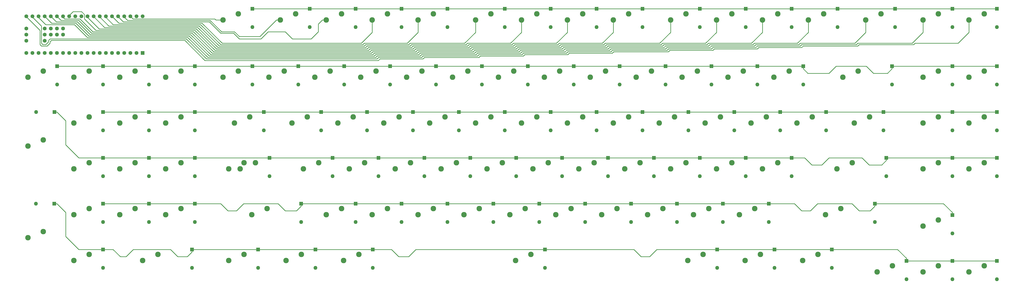
<source format=gbr>
G04 #@! TF.GenerationSoftware,KiCad,Pcbnew,5.1.5+dfsg1-2build2*
G04 #@! TF.CreationDate,2021-04-25T01:13:52+03:00*
G04 #@! TF.ProjectId,mk-ltk-02-pcb,6d6b2d6c-746b-42d3-9032-2d7063622e6b,rev?*
G04 #@! TF.SameCoordinates,Original*
G04 #@! TF.FileFunction,Copper,L1,Top*
G04 #@! TF.FilePolarity,Positive*
%FSLAX46Y46*%
G04 Gerber Fmt 4.6, Leading zero omitted, Abs format (unit mm)*
G04 Created by KiCad (PCBNEW 5.1.5+dfsg1-2build2) date 2021-04-25 01:13:52*
%MOMM*%
%LPD*%
G04 APERTURE LIST*
%ADD10C,1.600000*%
%ADD11R,1.600000X1.600000*%
%ADD12O,1.600000X1.600000*%
%ADD13C,2.286000*%
%ADD14C,0.250000*%
G04 APERTURE END LIST*
D10*
X69810385Y-96599454D03*
X69810385Y-94059454D03*
X72350385Y-94059454D03*
X74890385Y-94059454D03*
X77430385Y-94059454D03*
X69810385Y-91519454D03*
X72350385Y-91519454D03*
X74890385Y-91519454D03*
X77430385Y-91519454D03*
X110450385Y-86439454D03*
X107910385Y-86439454D03*
X105370385Y-86439454D03*
X102830385Y-86439454D03*
X100290385Y-86439454D03*
X97750385Y-86439454D03*
X95210385Y-86439454D03*
X92670385Y-86439454D03*
X90130385Y-86439454D03*
X87590385Y-86439454D03*
X85050385Y-86439454D03*
X82510385Y-86439454D03*
X79970385Y-86439454D03*
X77430385Y-86439454D03*
X74890385Y-86439454D03*
X72350385Y-86439454D03*
X69810385Y-86439454D03*
X67270385Y-86439454D03*
X64730385Y-86439454D03*
X62190385Y-86439454D03*
X62190385Y-91519454D03*
X62190385Y-94059454D03*
X62190385Y-96599454D03*
X62190385Y-101679454D03*
X64730385Y-101679454D03*
X67270385Y-101679454D03*
X69810385Y-101679454D03*
X72350385Y-101679454D03*
X74890385Y-101679454D03*
X77430385Y-101679454D03*
X79970385Y-101679454D03*
X82510385Y-101679454D03*
D11*
X110450385Y-101679454D03*
D10*
X107910385Y-101679454D03*
X105370385Y-101679454D03*
X102830385Y-101679454D03*
X100290385Y-101679454D03*
X97750385Y-101679454D03*
X95210385Y-101679454D03*
X92670385Y-101679454D03*
X85050385Y-101679454D03*
X87590385Y-101679454D03*
X90130385Y-101679454D03*
D12*
X464939453Y-195738750D03*
D11*
X464939453Y-188118750D03*
D12*
X464939453Y-152876250D03*
D11*
X464939453Y-145256250D03*
D12*
X464939453Y-133826250D03*
D11*
X464939453Y-126206250D03*
D12*
X464939453Y-114776250D03*
D11*
X464939453Y-107156250D03*
D12*
X464939453Y-90963750D03*
D11*
X464939453Y-83343750D03*
D12*
X446484375Y-195738750D03*
D11*
X446484375Y-188118750D03*
D12*
X446484375Y-176688750D03*
D11*
X446484375Y-169068750D03*
D12*
X446484375Y-152876250D03*
D11*
X446484375Y-145256250D03*
D12*
X446484375Y-133826250D03*
D11*
X446484375Y-126206250D03*
D12*
X446484375Y-114776250D03*
D11*
X446484375Y-107156250D03*
D12*
X446484375Y-90963750D03*
D11*
X446484375Y-83343750D03*
D12*
X427434375Y-195738750D03*
D11*
X427434375Y-188118750D03*
D12*
X422671875Y-90963750D03*
D11*
X422671875Y-83343750D03*
D12*
X417909375Y-133826250D03*
D11*
X417909375Y-126206250D03*
D12*
X421481250Y-114776250D03*
D11*
X421481250Y-107156250D03*
D12*
X419100000Y-152876250D03*
D11*
X419100000Y-145256250D03*
D12*
X414337500Y-171926250D03*
D11*
X414337500Y-164306250D03*
D12*
X398859375Y-90963750D03*
D11*
X398859375Y-83343750D03*
D12*
X396478125Y-190976250D03*
D11*
X396478125Y-183356250D03*
D12*
X394096875Y-133826250D03*
D11*
X394096875Y-126206250D03*
D12*
X384571875Y-114776250D03*
D11*
X384571875Y-107156250D03*
D12*
X379809375Y-152876250D03*
D11*
X379809375Y-145256250D03*
D12*
X379809375Y-90963750D03*
D11*
X379809375Y-83343750D03*
D12*
X375046875Y-133826250D03*
D11*
X375046875Y-126206250D03*
D12*
X372665625Y-190976250D03*
D11*
X372665625Y-183356250D03*
D12*
X370284375Y-171926250D03*
D11*
X370284375Y-164306250D03*
D12*
X365521875Y-114776250D03*
D11*
X365521875Y-107156250D03*
D12*
X360759375Y-152876250D03*
D11*
X360759375Y-145256250D03*
D12*
X360759375Y-90963750D03*
D11*
X360759375Y-83343750D03*
D12*
X355996875Y-133826250D03*
D11*
X355996875Y-126206250D03*
D12*
X351234375Y-171926250D03*
D11*
X351234375Y-164306250D03*
D12*
X348853125Y-190976250D03*
D11*
X348853125Y-183356250D03*
D12*
X346471875Y-114776250D03*
D11*
X346471875Y-107156250D03*
D12*
X341709375Y-152876250D03*
D11*
X341709375Y-145256250D03*
D12*
X341709375Y-90963750D03*
D11*
X341709375Y-83343750D03*
D12*
X336946875Y-133826250D03*
D11*
X336946875Y-126206250D03*
D12*
X332184375Y-171926250D03*
D11*
X332184375Y-164306250D03*
D12*
X327421875Y-114776250D03*
D11*
X327421875Y-107156250D03*
D12*
X322659375Y-152876250D03*
D11*
X322659375Y-145256250D03*
D12*
X317896875Y-133826250D03*
D11*
X317896875Y-126206250D03*
D12*
X317896875Y-90963750D03*
D11*
X317896875Y-83343750D03*
D12*
X313134375Y-171926250D03*
D11*
X313134375Y-164306250D03*
D12*
X308371875Y-114776250D03*
D11*
X308371875Y-107156250D03*
D12*
X303609375Y-152876250D03*
D11*
X303609375Y-145256250D03*
D12*
X298846875Y-133826250D03*
D11*
X298846875Y-126206250D03*
D12*
X298846875Y-90963750D03*
D11*
X298846875Y-83343750D03*
D12*
X294084375Y-171926250D03*
D11*
X294084375Y-164306250D03*
D12*
X289321875Y-114776250D03*
D11*
X289321875Y-107156250D03*
D12*
X284559375Y-152876250D03*
D11*
X284559375Y-145256250D03*
D12*
X279796875Y-133826250D03*
D11*
X279796875Y-126206250D03*
D12*
X279796875Y-90963750D03*
D11*
X279796875Y-83343750D03*
D12*
X277415625Y-190976250D03*
D11*
X277415625Y-183356250D03*
D12*
X275034375Y-171926250D03*
D11*
X275034375Y-164306250D03*
D12*
X270271875Y-114776250D03*
D11*
X270271875Y-107156250D03*
D12*
X265509375Y-152876250D03*
D11*
X265509375Y-145256250D03*
D12*
X260746875Y-133826250D03*
D11*
X260746875Y-126206250D03*
D12*
X260746875Y-90963750D03*
D11*
X260746875Y-83343750D03*
D12*
X255984375Y-171926250D03*
D11*
X255984375Y-164306250D03*
D12*
X251221875Y-114776250D03*
D11*
X251221875Y-107156250D03*
D12*
X246459375Y-152876250D03*
D11*
X246459375Y-145256250D03*
D12*
X241696875Y-133826250D03*
D11*
X241696875Y-126206250D03*
D12*
X236934375Y-171926250D03*
D11*
X236934375Y-164306250D03*
D12*
X236934375Y-90963750D03*
D11*
X236934375Y-83343750D03*
D12*
X232171875Y-114776250D03*
D11*
X232171875Y-107156250D03*
D12*
X227409375Y-152876250D03*
D11*
X227409375Y-145256250D03*
D12*
X222646875Y-133826250D03*
D11*
X222646875Y-126206250D03*
D12*
X217884375Y-171926250D03*
D11*
X217884375Y-164306250D03*
D12*
X217884375Y-90963750D03*
D11*
X217884375Y-83343750D03*
D12*
X213121875Y-114776250D03*
D11*
X213121875Y-107156250D03*
D12*
X208359375Y-152876250D03*
D11*
X208359375Y-145256250D03*
D12*
X205978125Y-190976250D03*
D11*
X205978125Y-183356250D03*
D12*
X203596875Y-133826250D03*
D11*
X203596875Y-126206250D03*
D12*
X198834375Y-171926250D03*
D11*
X198834375Y-164306250D03*
D12*
X198834375Y-90963750D03*
D11*
X198834375Y-83343750D03*
D12*
X194071875Y-114776250D03*
D11*
X194071875Y-107156250D03*
D12*
X189309375Y-152876250D03*
D11*
X189309375Y-145256250D03*
D12*
X184546875Y-133826250D03*
D11*
X184546875Y-126206250D03*
D12*
X182165625Y-190976250D03*
D11*
X182165625Y-183356250D03*
D12*
X179784375Y-90963750D03*
D11*
X179784375Y-83343750D03*
D12*
X175021875Y-114776250D03*
D11*
X175021875Y-107156250D03*
D12*
X163115625Y-152876250D03*
D11*
X163115625Y-145256250D03*
D12*
X176212500Y-171926250D03*
D11*
X176212500Y-164306250D03*
D12*
X160734375Y-133826250D03*
D11*
X160734375Y-126206250D03*
D12*
X158353125Y-190976250D03*
D11*
X158353125Y-183356250D03*
D12*
X155971875Y-114776250D03*
D11*
X155971875Y-107156250D03*
D12*
X155971875Y-90963750D03*
D11*
X155971875Y-83343750D03*
D12*
X132159375Y-171926250D03*
D11*
X132159375Y-164306250D03*
D12*
X132159375Y-152876250D03*
D11*
X132159375Y-145256250D03*
D12*
X132159375Y-133826250D03*
D11*
X132159375Y-126206250D03*
D12*
X132159375Y-114776250D03*
D11*
X132159375Y-107156250D03*
D12*
X130968750Y-190976250D03*
D11*
X130968750Y-183356250D03*
D12*
X113109375Y-171926250D03*
D11*
X113109375Y-164306250D03*
D12*
X113109375Y-152876250D03*
D11*
X113109375Y-145256250D03*
D12*
X113109375Y-133826250D03*
D11*
X113109375Y-126206250D03*
D12*
X113109375Y-114776250D03*
D11*
X113109375Y-107156250D03*
D12*
X94059375Y-190976250D03*
D11*
X94059375Y-183356250D03*
D12*
X94059375Y-171926250D03*
D11*
X94059375Y-164306250D03*
D12*
X94059375Y-152876250D03*
D11*
X94059375Y-145256250D03*
D12*
X94059375Y-133826250D03*
D11*
X94059375Y-126206250D03*
D12*
X94059375Y-114776250D03*
D11*
X94059375Y-107156250D03*
D12*
X66198812Y-164306388D03*
D11*
X73818812Y-164306388D03*
D12*
X66227560Y-126206356D03*
D11*
X73847560Y-126206356D03*
D12*
X75009375Y-114776250D03*
D11*
X75009375Y-107156250D03*
D13*
X62865000Y-111760000D03*
X69215000Y-109220000D03*
X62865000Y-140335000D03*
X69215000Y-137795000D03*
X69215000Y-175895000D03*
X62865000Y-178435000D03*
X88265000Y-109220000D03*
X81915000Y-111760000D03*
X81915000Y-130810000D03*
X88265000Y-128270000D03*
X81915000Y-149860000D03*
X88265000Y-147320000D03*
X88265000Y-166370000D03*
X81915000Y-168910000D03*
X88265000Y-185420000D03*
X81915000Y-187960000D03*
X107315000Y-109220000D03*
X100965000Y-111760000D03*
X100965000Y-130810000D03*
X107315000Y-128270000D03*
X100965000Y-149860000D03*
X107315000Y-147320000D03*
X107315000Y-166370000D03*
X100965000Y-168910000D03*
X116840000Y-185420000D03*
X110490000Y-187960000D03*
X120015000Y-111760000D03*
X126365000Y-109220000D03*
X120015000Y-130810000D03*
X126365000Y-128270000D03*
X120015000Y-149860000D03*
X126365000Y-147320000D03*
X120015000Y-168910000D03*
X126365000Y-166370000D03*
X143827500Y-87947500D03*
X150177500Y-85407500D03*
X143827500Y-111760000D03*
X150177500Y-109220000D03*
X150971250Y-149860000D03*
X157321250Y-147320000D03*
X146208750Y-187960000D03*
X152558750Y-185420000D03*
X148590000Y-130810000D03*
X154940000Y-128270000D03*
X155733750Y-168910000D03*
X162083750Y-166370000D03*
X152558750Y-147320000D03*
X146208750Y-149860000D03*
X162877500Y-111760000D03*
X169227500Y-109220000D03*
X167640000Y-87947500D03*
X173990000Y-85407500D03*
X176371250Y-185420000D03*
X170021250Y-187960000D03*
X172402500Y-130810000D03*
X178752500Y-128270000D03*
X177165000Y-149860000D03*
X183515000Y-147320000D03*
X181927500Y-111760000D03*
X188277500Y-109220000D03*
X193040000Y-85407500D03*
X186690000Y-87947500D03*
X193040000Y-166370000D03*
X186690000Y-168910000D03*
X197802500Y-128270000D03*
X191452500Y-130810000D03*
X193833750Y-187960000D03*
X200183750Y-185420000D03*
X202565000Y-147320000D03*
X196215000Y-149860000D03*
X200977500Y-111760000D03*
X207327500Y-109220000D03*
X205740000Y-87947500D03*
X212090000Y-85407500D03*
X212090000Y-166370000D03*
X205740000Y-168910000D03*
X216852500Y-128270000D03*
X210502500Y-130810000D03*
X221615000Y-147320000D03*
X215265000Y-149860000D03*
X220027500Y-111760000D03*
X226377500Y-109220000D03*
X224790000Y-87947500D03*
X231140000Y-85407500D03*
X224790000Y-168910000D03*
X231140000Y-166370000D03*
X229552500Y-130810000D03*
X235902500Y-128270000D03*
X240665000Y-147320000D03*
X234315000Y-149860000D03*
X245427500Y-109220000D03*
X239077500Y-111760000D03*
X250190000Y-166370000D03*
X243840000Y-168910000D03*
X254952500Y-85407500D03*
X248602500Y-87947500D03*
X254952500Y-128270000D03*
X248602500Y-130810000D03*
X253365000Y-149860000D03*
X259715000Y-147320000D03*
X264477500Y-109220000D03*
X258127500Y-111760000D03*
X262890000Y-168910000D03*
X269240000Y-166370000D03*
X265271250Y-187960000D03*
X271621250Y-185420000D03*
X267652500Y-87947500D03*
X274002500Y-85407500D03*
X274002500Y-128270000D03*
X267652500Y-130810000D03*
X278765000Y-147320000D03*
X272415000Y-149860000D03*
X283527500Y-109220000D03*
X277177500Y-111760000D03*
X288290000Y-166370000D03*
X281940000Y-168910000D03*
X293052500Y-85407500D03*
X286702500Y-87947500D03*
X286702500Y-130810000D03*
X293052500Y-128270000D03*
X291465000Y-149860000D03*
X297815000Y-147320000D03*
X296227500Y-111760000D03*
X302577500Y-109220000D03*
X300990000Y-168910000D03*
X307340000Y-166370000D03*
X305752500Y-87947500D03*
X312102500Y-85407500D03*
X312102500Y-128270000D03*
X305752500Y-130810000D03*
X316865000Y-147320000D03*
X310515000Y-149860000D03*
X321627500Y-109220000D03*
X315277500Y-111760000D03*
X326390000Y-166370000D03*
X320040000Y-168910000D03*
X324802500Y-130810000D03*
X331152500Y-128270000D03*
X335915000Y-85407500D03*
X329565000Y-87947500D03*
X329565000Y-149860000D03*
X335915000Y-147320000D03*
X340677500Y-109220000D03*
X334327500Y-111760000D03*
X343058750Y-185420000D03*
X336708750Y-187960000D03*
X339090000Y-168910000D03*
X345440000Y-166370000D03*
X350202500Y-128270000D03*
X343852500Y-130810000D03*
X348615000Y-87947500D03*
X354965000Y-85407500D03*
X354965000Y-147320000D03*
X348615000Y-149860000D03*
X359727500Y-109220000D03*
X353377500Y-111760000D03*
X364490000Y-166370000D03*
X358140000Y-168910000D03*
X360521250Y-187960000D03*
X366871250Y-185420000D03*
X362902500Y-130810000D03*
X369252500Y-128270000D03*
X374015000Y-85407500D03*
X367665000Y-87947500D03*
X367665000Y-149860000D03*
X374015000Y-147320000D03*
X372427500Y-111760000D03*
X378777500Y-109220000D03*
X388302500Y-128270000D03*
X381952500Y-130810000D03*
X390683750Y-185420000D03*
X384333750Y-187960000D03*
X386715000Y-87947500D03*
X393065000Y-85407500D03*
X400208750Y-166370000D03*
X393858750Y-168910000D03*
X398621250Y-149860000D03*
X404971250Y-147320000D03*
X407352500Y-109220000D03*
X401002500Y-111760000D03*
X405765000Y-130810000D03*
X412115000Y-128270000D03*
X416877500Y-85407500D03*
X410527500Y-87947500D03*
X421640000Y-190182500D03*
X415290000Y-192722500D03*
X434340000Y-87947500D03*
X440690000Y-85407500D03*
X440690000Y-109220000D03*
X434340000Y-111760000D03*
X440690000Y-128270000D03*
X434340000Y-130810000D03*
X440690000Y-147320000D03*
X434340000Y-149860000D03*
X440690000Y-171132500D03*
X434340000Y-173672500D03*
X434340000Y-192722500D03*
X440690000Y-190182500D03*
X459740000Y-85407500D03*
X453390000Y-87947500D03*
X459740000Y-109220000D03*
X453390000Y-111760000D03*
X453390000Y-130810000D03*
X459740000Y-128270000D03*
X453390000Y-149860000D03*
X459740000Y-147320000D03*
X459740000Y-190182500D03*
X453390000Y-192722500D03*
D14*
X464939453Y-107156250D02*
X446484375Y-107156250D01*
X446484375Y-107156250D02*
X421481250Y-107156250D01*
X386498530Y-110132905D02*
X384571875Y-108206250D01*
X384571875Y-108206250D02*
X384571875Y-107156250D01*
X395287832Y-110132905D02*
X386498530Y-110132905D01*
X398264397Y-107156340D02*
X395287832Y-110132905D01*
X410765970Y-107156340D02*
X398264397Y-107156340D01*
X419554595Y-110132905D02*
X413742535Y-110132905D01*
X421481250Y-108206250D02*
X419554595Y-110132905D01*
X413742535Y-110132905D02*
X410765970Y-107156340D01*
X421481250Y-107156250D02*
X421481250Y-108206250D01*
X384571875Y-107156250D02*
X365521875Y-107156250D01*
X364471875Y-107156250D02*
X346471875Y-107156250D01*
X365521875Y-107156250D02*
X364471875Y-107156250D01*
X346471875Y-107156250D02*
X327421875Y-107156250D01*
X326371875Y-107156250D02*
X308371875Y-107156250D01*
X327421875Y-107156250D02*
X326371875Y-107156250D01*
X307321875Y-107156250D02*
X289321875Y-107156250D01*
X308371875Y-107156250D02*
X307321875Y-107156250D01*
X288271875Y-107156250D02*
X270271875Y-107156250D01*
X289321875Y-107156250D02*
X288271875Y-107156250D01*
X270271875Y-107156250D02*
X251221875Y-107156250D01*
X251221875Y-107156250D02*
X232171875Y-107156250D01*
X232171875Y-107156250D02*
X213121875Y-107156250D01*
X213121875Y-107156250D02*
X194071875Y-107156250D01*
X194071875Y-107156250D02*
X175021875Y-107156250D01*
X175021875Y-107156250D02*
X155971875Y-107156250D01*
X155971875Y-107156250D02*
X132159375Y-107156250D01*
X131109375Y-107156250D02*
X113109375Y-107156250D01*
X132159375Y-107156250D02*
X131109375Y-107156250D01*
X113109375Y-107156250D02*
X94059375Y-107156250D01*
X94059375Y-107156250D02*
X75009375Y-107156250D01*
X83939011Y-145256250D02*
X94059375Y-145256250D01*
X78581316Y-139898555D02*
X83939011Y-145256250D01*
X78581316Y-129890112D02*
X78581316Y-139898555D01*
X74897560Y-126206356D02*
X78581316Y-129890112D01*
X73847560Y-126206356D02*
X74897560Y-126206356D01*
X95109375Y-145256250D02*
X113109375Y-145256250D01*
X94059375Y-145256250D02*
X95109375Y-145256250D01*
X113109375Y-145256250D02*
X132159375Y-145256250D01*
X163115625Y-145256250D02*
X189309375Y-145256250D01*
X132159375Y-145256250D02*
X163115625Y-145256250D01*
X189309375Y-145256250D02*
X208359375Y-145256250D01*
X208359375Y-145256250D02*
X227409375Y-145256250D01*
X227409375Y-145256250D02*
X246459375Y-145256250D01*
X246459375Y-145256250D02*
X265509375Y-145256250D01*
X265509375Y-145256250D02*
X284559375Y-145256250D01*
X284559375Y-145256250D02*
X303609375Y-145256250D01*
X303609375Y-145256250D02*
X322659375Y-145256250D01*
X323709375Y-145256250D02*
X341709375Y-145256250D01*
X322659375Y-145256250D02*
X323709375Y-145256250D01*
X342759375Y-145256250D02*
X360759375Y-145256250D01*
X341709375Y-145256250D02*
X342759375Y-145256250D01*
X360759375Y-145256250D02*
X379809375Y-145256250D01*
X379809375Y-145256250D02*
X385167389Y-145256250D01*
X385167389Y-145256250D02*
X388144076Y-148232937D01*
X388144076Y-148232937D02*
X392311267Y-148232937D01*
X392311267Y-148232937D02*
X395287832Y-145256372D01*
X395287832Y-145256372D02*
X408980031Y-145256372D01*
X408980031Y-145256372D02*
X411956596Y-148232937D01*
X419100000Y-146306250D02*
X419100000Y-145256250D01*
X417173313Y-148232937D02*
X419100000Y-146306250D01*
X411956596Y-148232937D02*
X417173313Y-148232937D01*
X419100000Y-145256250D02*
X446484375Y-145256250D01*
X446484375Y-145256250D02*
X464939453Y-145256250D01*
X464939453Y-126206250D02*
X446484375Y-126206250D01*
X446484375Y-126206250D02*
X417909375Y-126206250D01*
X417909375Y-126206250D02*
X394096875Y-126206250D01*
X394096875Y-126206250D02*
X375046875Y-126206250D01*
X375046875Y-126206250D02*
X355996875Y-126206250D01*
X355996875Y-126206250D02*
X336946875Y-126206250D01*
X335896875Y-126206250D02*
X317896875Y-126206250D01*
X336946875Y-126206250D02*
X335896875Y-126206250D01*
X317896875Y-126206250D02*
X298846875Y-126206250D01*
X298846875Y-126206250D02*
X279796875Y-126206250D01*
X279796875Y-126206250D02*
X260746875Y-126206250D01*
X260746875Y-126206250D02*
X241696875Y-126206250D01*
X241696875Y-126206250D02*
X222646875Y-126206250D01*
X222646875Y-126206250D02*
X203596875Y-126206250D01*
X203596875Y-126206250D02*
X184546875Y-126206250D01*
X184546875Y-126206250D02*
X160734375Y-126206250D01*
X160734375Y-126206250D02*
X132159375Y-126206250D01*
X132159375Y-126206250D02*
X113109375Y-126206250D01*
X113109375Y-126206250D02*
X94059375Y-126206250D01*
X446484375Y-168018750D02*
X446484375Y-169068750D01*
X442771875Y-164306250D02*
X446484375Y-168018750D01*
X414337500Y-164306250D02*
X442771875Y-164306250D01*
X381000182Y-164306250D02*
X370284375Y-164306250D01*
X383976885Y-167282953D02*
X381000182Y-164306250D01*
X387548763Y-167282953D02*
X383976885Y-167282953D01*
X390525328Y-164306388D02*
X387548763Y-167282953D01*
X404812840Y-164306388D02*
X390525328Y-164306388D01*
X407789405Y-167282953D02*
X404812840Y-164306388D01*
X412410797Y-167282953D02*
X407789405Y-167282953D01*
X414337500Y-165356250D02*
X412410797Y-167282953D01*
X414337500Y-164306250D02*
X414337500Y-165356250D01*
X370284375Y-164306250D02*
X275034375Y-164306250D01*
X211981108Y-164306250D02*
X176212500Y-164306250D01*
X275034375Y-164306250D02*
X211981108Y-164306250D01*
X145851685Y-167282953D02*
X142874982Y-164306250D01*
X149423563Y-167282953D02*
X145851685Y-167282953D01*
X152400128Y-164306388D02*
X149423563Y-167282953D01*
X169664205Y-167282953D02*
X166687640Y-164306388D01*
X174285797Y-167282953D02*
X169664205Y-167282953D01*
X166687640Y-164306388D02*
X152400128Y-164306388D01*
X176212500Y-165356250D02*
X174285797Y-167282953D01*
X142874982Y-164306250D02*
X94059375Y-164306250D01*
X176212500Y-164306250D02*
X176212500Y-165356250D01*
X464939453Y-83343750D02*
X446484375Y-83343750D01*
X446484375Y-83343750D02*
X422671875Y-83343750D01*
X422671875Y-83343750D02*
X398859375Y-83343750D01*
X398859375Y-83343750D02*
X379809375Y-83343750D01*
X379809375Y-83343750D02*
X360759375Y-83343750D01*
X360759375Y-83343750D02*
X341709375Y-83343750D01*
X341709375Y-83343750D02*
X317896875Y-83343750D01*
X317896875Y-83343750D02*
X298846875Y-83343750D01*
X298846875Y-83343750D02*
X279796875Y-83343750D01*
X279796875Y-83343750D02*
X260746875Y-83343750D01*
X260746875Y-83343750D02*
X236934375Y-83343750D01*
X236934375Y-83343750D02*
X217884375Y-83343750D01*
X198834375Y-83343750D02*
X217884375Y-83343750D01*
X198834375Y-83343750D02*
X179784375Y-83343750D01*
X179784375Y-83343750D02*
X155971875Y-83343750D01*
X83939133Y-183356404D02*
X83939287Y-183356250D01*
X78581316Y-177998587D02*
X83939133Y-183356404D01*
X78581316Y-168018892D02*
X78581316Y-177998587D01*
X74868812Y-164306388D02*
X78581316Y-168018892D01*
X83939287Y-183356250D02*
X94059375Y-183356250D01*
X73818812Y-164306388D02*
X74868812Y-164306388D01*
X98226491Y-183356250D02*
X94059375Y-183356250D01*
X101203210Y-186332969D02*
X98226491Y-183356250D01*
X103584462Y-186332969D02*
X101203210Y-186332969D01*
X122039165Y-183356404D02*
X106561027Y-183356404D01*
X125015730Y-186332969D02*
X122039165Y-183356404D01*
X129042031Y-186332969D02*
X125015730Y-186332969D01*
X130968750Y-184406250D02*
X129042031Y-186332969D01*
X106561027Y-183356404D02*
X103584462Y-186332969D01*
X130968750Y-183356250D02*
X130968750Y-184406250D01*
X223837842Y-183356250D02*
X277415625Y-183356250D01*
X220861123Y-186332969D02*
X223837842Y-183356250D01*
X216693932Y-186332969D02*
X220861123Y-186332969D01*
X213717213Y-183356250D02*
X216693932Y-186332969D01*
X130968750Y-183356250D02*
X213717213Y-183356250D01*
X323850426Y-183356250D02*
X348853125Y-183356250D01*
X320873707Y-186332969D02*
X323850426Y-183356250D01*
X317301829Y-186332969D02*
X320873707Y-186332969D01*
X314325110Y-183356250D02*
X317301829Y-186332969D01*
X277415625Y-183356250D02*
X314325110Y-183356250D01*
X348853125Y-183356250D02*
X396478125Y-183356250D01*
X427434375Y-187068750D02*
X427434375Y-188118750D01*
X423721875Y-183356250D02*
X427434375Y-187068750D01*
X396478125Y-183356250D02*
X423721875Y-183356250D01*
X427434375Y-188118750D02*
X446484375Y-188118750D01*
X446484375Y-188118750D02*
X464939453Y-188118750D01*
X348615000Y-93107246D02*
X348615000Y-87947500D01*
X326231524Y-97631332D02*
X344090914Y-97631332D01*
X325636211Y-98226645D02*
X326231524Y-97631332D01*
X302419004Y-98821958D02*
X303014317Y-98226645D01*
X303014317Y-98226645D02*
X325636211Y-98226645D01*
X283964301Y-99417271D02*
X284559614Y-98821958D01*
X284559614Y-98821958D02*
X302419004Y-98821958D01*
X130968860Y-93464141D02*
X139303242Y-101798523D01*
X205978298Y-101203210D02*
X223837688Y-101203210D01*
X224433001Y-100607897D02*
X247054895Y-100607897D01*
X139303242Y-101798523D02*
X205382985Y-101798523D01*
X344090914Y-97631332D02*
X348615000Y-93107246D01*
X266104911Y-99417271D02*
X283964301Y-99417271D01*
X205382985Y-101798523D02*
X205978298Y-101203210D01*
X223837688Y-101203210D02*
X224433001Y-100607897D01*
X247650208Y-100012584D02*
X265509598Y-100012584D01*
X247054895Y-100607897D02*
X247650208Y-100012584D01*
X265509598Y-100012584D02*
X266104911Y-99417271D01*
X74890385Y-86439454D02*
X76557255Y-88106324D01*
X76557255Y-88106324D02*
X83939133Y-88106324D01*
X83939133Y-88106324D02*
X89296950Y-93464141D01*
X89296950Y-93464141D02*
X107156340Y-93464141D01*
X107156340Y-93464141D02*
X130968860Y-93464141D01*
X148587826Y-92868828D02*
X150571499Y-94852501D01*
X150571499Y-94852501D02*
X159118553Y-94852501D01*
X143198494Y-92868828D02*
X148587826Y-92868828D01*
X166023554Y-87947500D02*
X167640000Y-87947500D01*
X104179775Y-88106324D02*
X138435990Y-88106324D01*
X102830385Y-86756934D02*
X104179775Y-88106324D01*
X159118553Y-94852501D02*
X166023554Y-87947500D01*
X138435990Y-88106324D02*
X143198494Y-92868828D01*
X102830385Y-86439454D02*
X102830385Y-86756934D01*
X183356404Y-89664650D02*
X185073554Y-87947500D01*
X100290385Y-86598186D02*
X102393836Y-88701637D01*
X185073554Y-87947500D02*
X186690000Y-87947500D01*
X138112616Y-88701637D02*
X142875120Y-93464141D01*
X102393836Y-88701637D02*
X138112616Y-88701637D01*
X142875120Y-93464141D02*
X148232937Y-93464141D01*
X148232937Y-93464141D02*
X150614189Y-95845393D01*
X150614189Y-95845393D02*
X159543884Y-95845393D01*
X100290385Y-86439454D02*
X100290385Y-86598186D01*
X159543884Y-95845393D02*
X162520449Y-92868828D01*
X162520449Y-92868828D02*
X169664205Y-92868828D01*
X180379839Y-95845393D02*
X183356404Y-92868828D01*
X169664205Y-92868828D02*
X172640770Y-95845393D01*
X183356404Y-92868828D02*
X183356404Y-89664650D01*
X172640770Y-95845393D02*
X180379839Y-95845393D01*
X205740000Y-93107126D02*
X205740000Y-87947500D01*
X201215794Y-97631332D02*
X205740000Y-93107126D01*
X143470433Y-97631332D02*
X201215794Y-97631332D01*
X135136051Y-89296950D02*
X143470433Y-97631332D01*
X100607881Y-89296950D02*
X135136051Y-89296950D01*
X97750385Y-86439454D02*
X100607881Y-89296950D01*
X224790000Y-93107142D02*
X224790000Y-87947500D01*
X220265810Y-97631332D02*
X224790000Y-93107142D01*
X202406420Y-97631332D02*
X220265810Y-97631332D01*
X142875120Y-98226645D02*
X201811107Y-98226645D01*
X134540738Y-89892263D02*
X142875120Y-98226645D01*
X98226645Y-89892263D02*
X134540738Y-89892263D01*
X95210385Y-86876003D02*
X98226645Y-89892263D01*
X201811107Y-98226645D02*
X202406420Y-97631332D01*
X95210385Y-86439454D02*
X95210385Y-86876003D01*
X248602500Y-93107162D02*
X248602500Y-87947500D01*
X221456436Y-97631332D02*
X244078330Y-97631332D01*
X220861123Y-98226645D02*
X221456436Y-97631332D01*
X202406420Y-98821958D02*
X203001733Y-98226645D01*
X96440706Y-90487576D02*
X133945425Y-90487576D01*
X244078330Y-97631332D02*
X248602500Y-93107162D01*
X92670385Y-86717255D02*
X96440706Y-90487576D01*
X203001733Y-98226645D02*
X220861123Y-98226645D01*
X142279807Y-98821958D02*
X202406420Y-98821958D01*
X133945425Y-90487576D02*
X142279807Y-98821958D01*
X92670385Y-86439454D02*
X92670385Y-86717255D01*
X267652500Y-93107178D02*
X267652500Y-87947500D01*
X245268956Y-97631332D02*
X263128346Y-97631332D01*
X244673643Y-98226645D02*
X245268956Y-97631332D01*
X221456436Y-98821958D02*
X222051749Y-98226645D01*
X203597046Y-98821958D02*
X221456436Y-98821958D01*
X203001733Y-99417271D02*
X203597046Y-98821958D01*
X133350112Y-91082889D02*
X141684494Y-99417271D01*
X263128346Y-97631332D02*
X267652500Y-93107178D01*
X94654767Y-91082889D02*
X133350112Y-91082889D01*
X222051749Y-98226645D02*
X244673643Y-98226645D01*
X90130385Y-86558507D02*
X94654767Y-91082889D01*
X141684494Y-99417271D02*
X203001733Y-99417271D01*
X90130385Y-86439454D02*
X90130385Y-86558507D01*
X286702500Y-93107194D02*
X286702500Y-87947500D01*
X203597046Y-100012584D02*
X204192359Y-99417271D01*
X264318972Y-97631332D02*
X282178362Y-97631332D01*
X132754799Y-91678202D02*
X141089181Y-100012584D01*
X222051749Y-99417271D02*
X222647062Y-98821958D01*
X222647062Y-98821958D02*
X245268956Y-98821958D01*
X282178362Y-97631332D02*
X286702500Y-93107194D01*
X204192359Y-99417271D02*
X222051749Y-99417271D01*
X245268956Y-98821958D02*
X245864269Y-98226645D01*
X245864269Y-98226645D02*
X263723659Y-98226645D01*
X263723659Y-98226645D02*
X264318972Y-97631332D01*
X143470433Y-100012584D02*
X142875120Y-100012584D01*
X141089181Y-100012584D02*
X143470433Y-100012584D01*
X143470433Y-100012584D02*
X203597046Y-100012584D01*
X87590385Y-86439454D02*
X87590385Y-86836324D01*
X87590385Y-86836324D02*
X92432263Y-91678202D01*
X92432263Y-91678202D02*
X107156340Y-91678202D01*
X107156340Y-91678202D02*
X132754799Y-91678202D01*
X305752500Y-93107210D02*
X305752500Y-87947500D01*
X264318972Y-98821958D02*
X264914285Y-98226645D01*
X246459582Y-98821958D02*
X264318972Y-98821958D01*
X245864269Y-99417271D02*
X246459582Y-98821958D01*
X79970385Y-86439454D02*
X79970385Y-86121942D01*
X91082889Y-92273515D02*
X132159486Y-92273515D01*
X283368988Y-97631332D02*
X301228378Y-97631332D01*
X81557881Y-84534446D02*
X85129759Y-84534446D01*
X85129759Y-84534446D02*
X86320385Y-85725072D01*
X86320385Y-87511011D02*
X91082889Y-92273515D01*
X86320385Y-85725072D02*
X86320385Y-87511011D01*
X222647062Y-100012584D02*
X223242375Y-99417271D01*
X264914285Y-98226645D02*
X282773675Y-98226645D01*
X132159486Y-92273515D02*
X140493868Y-100607897D01*
X282773675Y-98226645D02*
X283368988Y-97631332D01*
X79970385Y-86121942D02*
X81557881Y-84534446D01*
X140493868Y-100607897D02*
X204192359Y-100607897D01*
X301228378Y-97631332D02*
X305752500Y-93107210D01*
X204787672Y-100012584D02*
X222647062Y-100012584D01*
X204192359Y-100607897D02*
X204787672Y-100012584D01*
X223242375Y-99417271D02*
X245864269Y-99417271D01*
X382190946Y-97631332D02*
X386715000Y-93107278D01*
X363736243Y-98226645D02*
X364331556Y-97631332D01*
X304204943Y-99417271D02*
X326826837Y-99417271D01*
X285154927Y-100607897D02*
X285750240Y-100012584D01*
X345876853Y-98226645D02*
X363736243Y-98226645D01*
X267295537Y-100607897D02*
X285154927Y-100607897D01*
X69810385Y-86439454D02*
X72667881Y-89296950D01*
X327422150Y-98821958D02*
X345281540Y-98821958D01*
X88106324Y-94654767D02*
X129778234Y-94654767D01*
X345281540Y-98821958D02*
X345876853Y-98226645D01*
X72667881Y-89296950D02*
X82748507Y-89296950D01*
X326826837Y-99417271D02*
X327422150Y-98821958D01*
X138112616Y-102989149D02*
X206573611Y-102989149D01*
X285750240Y-100012584D02*
X303609630Y-100012584D01*
X207168924Y-102393836D02*
X225028314Y-102393836D01*
X82748507Y-89296950D02*
X88106324Y-94654767D01*
X386715000Y-93107278D02*
X386715000Y-87947500D01*
X248245521Y-101798523D02*
X248840834Y-101203210D01*
X129778234Y-94654767D02*
X138112616Y-102989149D01*
X303609630Y-100012584D02*
X304204943Y-99417271D01*
X248840834Y-101203210D02*
X266700224Y-101203210D01*
X364331556Y-97631332D02*
X382190946Y-97631332D01*
X206573611Y-102989149D02*
X207168924Y-102393836D01*
X225623627Y-101798523D02*
X248245521Y-101798523D01*
X225028314Y-102393836D02*
X225623627Y-101798523D01*
X266700224Y-101203210D02*
X267295537Y-100607897D01*
X363140930Y-97631332D02*
X367665000Y-93107262D01*
X345281540Y-97631332D02*
X363140930Y-97631332D01*
X344686227Y-98226645D02*
X345281540Y-97631332D01*
X326231524Y-98821958D02*
X326826837Y-98226645D01*
X303609630Y-98821958D02*
X326231524Y-98821958D01*
X285154927Y-99417271D02*
X303014317Y-99417271D01*
X284559614Y-100012584D02*
X285154927Y-99417271D01*
X266700224Y-100012584D02*
X284559614Y-100012584D01*
X72350385Y-86439454D02*
X74612568Y-88701637D01*
X367665000Y-93107262D02*
X367665000Y-87947500D01*
X248245521Y-100607897D02*
X266104911Y-100607897D01*
X74612568Y-88701637D02*
X83343820Y-88701637D01*
X83343820Y-88701637D02*
X88701637Y-94059454D01*
X130373547Y-94059454D02*
X138707929Y-102393836D01*
X88701637Y-94059454D02*
X130373547Y-94059454D01*
X138707929Y-102393836D02*
X205978298Y-102393836D01*
X224433001Y-101798523D02*
X225028314Y-101203210D01*
X247650208Y-101203210D02*
X248245521Y-100607897D01*
X205978298Y-102393836D02*
X206573611Y-101798523D01*
X225028314Y-101203210D02*
X247650208Y-101203210D01*
X326826837Y-98226645D02*
X344686227Y-98226645D01*
X266104911Y-100607897D02*
X266700224Y-100012584D01*
X303014317Y-99417271D02*
X303609630Y-98821958D01*
X206573611Y-101798523D02*
X224433001Y-101798523D01*
X406003466Y-97631332D02*
X410527500Y-93107298D01*
X382786259Y-98226645D02*
X383381572Y-97631332D01*
X364926869Y-98226645D02*
X382786259Y-98226645D01*
X346472166Y-98821958D02*
X364331556Y-98821958D01*
X345876853Y-99417271D02*
X346472166Y-98821958D01*
X328017463Y-99417271D02*
X345876853Y-99417271D01*
X304759159Y-100012584D02*
X327422150Y-100012584D01*
X304204943Y-100566800D02*
X304759159Y-100012584D01*
X383381572Y-97631332D02*
X406003466Y-97631332D01*
X327422150Y-100012584D02*
X328017463Y-99417271D01*
X286386650Y-100566800D02*
X304204943Y-100566800D01*
X285750240Y-101203210D02*
X286386650Y-100566800D01*
X267890850Y-101203210D02*
X285750240Y-101203210D01*
X410527500Y-93107298D02*
X410527500Y-87947500D01*
X129182921Y-95250080D02*
X137517303Y-103584462D01*
X137517303Y-103584462D02*
X207168924Y-103584462D01*
X364331556Y-98821958D02*
X364926869Y-98226645D01*
X207168924Y-103584462D02*
X207764237Y-102989149D01*
X225623627Y-102989149D02*
X226218940Y-102393836D01*
X226218940Y-102393836D02*
X248840834Y-102393836D01*
X207764237Y-102989149D02*
X225623627Y-102989149D01*
X248840834Y-102393836D02*
X249436147Y-101798523D01*
X249436147Y-101798523D02*
X267295537Y-101798523D01*
X267295537Y-101798523D02*
X267890850Y-101203210D01*
X67270385Y-86439454D02*
X67270385Y-86915682D01*
X67270385Y-86915682D02*
X70246966Y-89892263D01*
X70246966Y-89892263D02*
X82153194Y-89892263D01*
X82153194Y-89892263D02*
X87511011Y-95250080D01*
X87511011Y-95250080D02*
X107156340Y-95250080D01*
X107156340Y-95250080D02*
X129182921Y-95250080D01*
X140823469Y-87947500D02*
X143827500Y-87947500D01*
X140440424Y-87564455D02*
X140823469Y-87947500D01*
X106495386Y-87564455D02*
X140440424Y-87564455D01*
X105370385Y-86439454D02*
X106495386Y-87564455D01*
X434340000Y-93107318D02*
X434340000Y-87947500D01*
X267890850Y-102393836D02*
X268486163Y-101798523D01*
X226814253Y-102989149D02*
X249436147Y-102989149D01*
X226218940Y-103584462D02*
X226814253Y-102989149D01*
X305395569Y-100607897D02*
X328017463Y-100607897D01*
X208359550Y-103584462D02*
X226218940Y-103584462D01*
X406598779Y-98226645D02*
X407194092Y-97631332D01*
X250031460Y-102393836D02*
X267890850Y-102393836D01*
X136921990Y-104179775D02*
X207764237Y-104179775D01*
X268486163Y-101798523D02*
X286345553Y-101798523D01*
X407194092Y-97631332D02*
X429815986Y-97631332D01*
X383381572Y-98821958D02*
X383976885Y-98226645D01*
X128587608Y-95845393D02*
X136921990Y-104179775D01*
X207764237Y-104179775D02*
X208359550Y-103584462D01*
X383976885Y-98226645D02*
X406598779Y-98226645D01*
X429815986Y-97631332D02*
X434340000Y-93107318D01*
X286345553Y-101798523D02*
X286940866Y-101203210D01*
X286940866Y-101203210D02*
X304800256Y-101203210D01*
X304800256Y-101203210D02*
X305395569Y-100607897D01*
X328612776Y-100012584D02*
X346472166Y-100012584D01*
X364926869Y-99417271D02*
X365522182Y-98821958D01*
X346472166Y-100012584D02*
X347067479Y-99417271D01*
X347067479Y-99417271D02*
X364926869Y-99417271D01*
X328017463Y-100607897D02*
X328612776Y-100012584D01*
X249436147Y-102989149D02*
X250031460Y-102393836D01*
X365522182Y-98821958D02*
X383381572Y-98821958D01*
X64730385Y-86439454D02*
X64730385Y-86756966D01*
X64730385Y-86756966D02*
X68460995Y-90487576D01*
X68460995Y-90487576D02*
X68460995Y-97631332D01*
X68460995Y-97631332D02*
X69056308Y-98226645D01*
X69056308Y-98226645D02*
X70246934Y-98226645D01*
X70246934Y-98226645D02*
X70842247Y-97631332D01*
X70842247Y-97631332D02*
X71437560Y-97036019D01*
X71437560Y-97036019D02*
X71437560Y-96440706D01*
X71437560Y-96440706D02*
X72032873Y-95845393D01*
X72032873Y-95845393D02*
X77986003Y-95845393D01*
X77986003Y-95845393D02*
X107156340Y-95845393D01*
X107156340Y-95845393D02*
X128587608Y-95845393D01*
X453390000Y-93107334D02*
X453390000Y-87947500D01*
X448866002Y-97631332D02*
X453390000Y-93107334D01*
X431006612Y-97631332D02*
X448866002Y-97631332D01*
X268486163Y-102989149D02*
X269081476Y-102393836D01*
X227409566Y-103584462D02*
X250031460Y-103584462D01*
X226814253Y-104179775D02*
X227409566Y-103584462D01*
X208954863Y-104179775D02*
X226814253Y-104179775D01*
X250031460Y-103584462D02*
X250626773Y-102989149D01*
X287536179Y-101798523D02*
X305395569Y-101798523D01*
X305990882Y-101203210D02*
X328612776Y-101203210D01*
X127992295Y-96440706D02*
X136326677Y-104775088D01*
X136326677Y-104775088D02*
X208359550Y-104775088D01*
X347662792Y-100012584D02*
X365522182Y-100012584D01*
X208359550Y-104775088D02*
X208954863Y-104179775D01*
X407194092Y-98821958D02*
X407789405Y-98226645D01*
X366117495Y-99417271D02*
X383976885Y-99417271D01*
X430411299Y-98226645D02*
X431006612Y-97631332D01*
X269081476Y-102393836D02*
X286940866Y-102393836D01*
X286940866Y-102393836D02*
X287536179Y-101798523D01*
X328612776Y-101203210D02*
X329208089Y-100607897D01*
X305395569Y-101798523D02*
X305990882Y-101203210D01*
X329208089Y-100607897D02*
X347067479Y-100607897D01*
X365522182Y-100012584D02*
X366117495Y-99417271D01*
X383976885Y-99417271D02*
X384572198Y-98821958D01*
X250626773Y-102989149D02*
X268486163Y-102989149D01*
X347067479Y-100607897D02*
X347662792Y-100012584D01*
X384572198Y-98821958D02*
X407194092Y-98821958D01*
X407789405Y-98226645D02*
X430411299Y-98226645D01*
X62190385Y-86439454D02*
X62190385Y-86598218D01*
X62190385Y-86598218D02*
X67865682Y-92273515D01*
X67865682Y-92273515D02*
X67865682Y-98226645D01*
X67865682Y-98226645D02*
X68460995Y-98821958D01*
X68460995Y-98821958D02*
X70842247Y-98821958D01*
X70842247Y-98821958D02*
X72032873Y-97631332D01*
X72032873Y-97631332D02*
X72032873Y-97036019D01*
X72032873Y-97036019D02*
X72628186Y-96440706D01*
X72628186Y-96440706D02*
X107156340Y-96440706D01*
X107156340Y-96440706D02*
X127992295Y-96440706D01*
X77430385Y-86439454D02*
X77550856Y-86439454D01*
X329565000Y-93107230D02*
X329565000Y-87947500D01*
X283964301Y-98226645D02*
X301823691Y-98226645D01*
X283368988Y-98821958D02*
X283964301Y-98226645D01*
X264914285Y-99417271D02*
X265509598Y-98821958D01*
X325040898Y-97631332D02*
X329565000Y-93107230D01*
X302419004Y-97631332D02*
X325040898Y-97631332D01*
X77430385Y-86439454D02*
X77430385Y-86876003D01*
X77430385Y-86876003D02*
X78118837Y-87564455D01*
X139898555Y-101203210D02*
X204787672Y-101203210D01*
X78118837Y-87564455D02*
X84510384Y-87564455D01*
X84510384Y-87564455D02*
X89814757Y-92868828D01*
X89814757Y-92868828D02*
X131564173Y-92868828D01*
X223242375Y-100607897D02*
X223837688Y-100012584D01*
X301823691Y-98226645D02*
X302419004Y-97631332D01*
X223837688Y-100012584D02*
X246459582Y-100012584D01*
X131564173Y-92868828D02*
X139898555Y-101203210D01*
X204787672Y-101203210D02*
X205382985Y-100607897D01*
X247054895Y-99417271D02*
X264914285Y-99417271D01*
X205382985Y-100607897D02*
X223242375Y-100607897D01*
X265509598Y-98821958D02*
X283368988Y-98821958D01*
X246459582Y-100012584D02*
X247054895Y-99417271D01*
M02*

</source>
